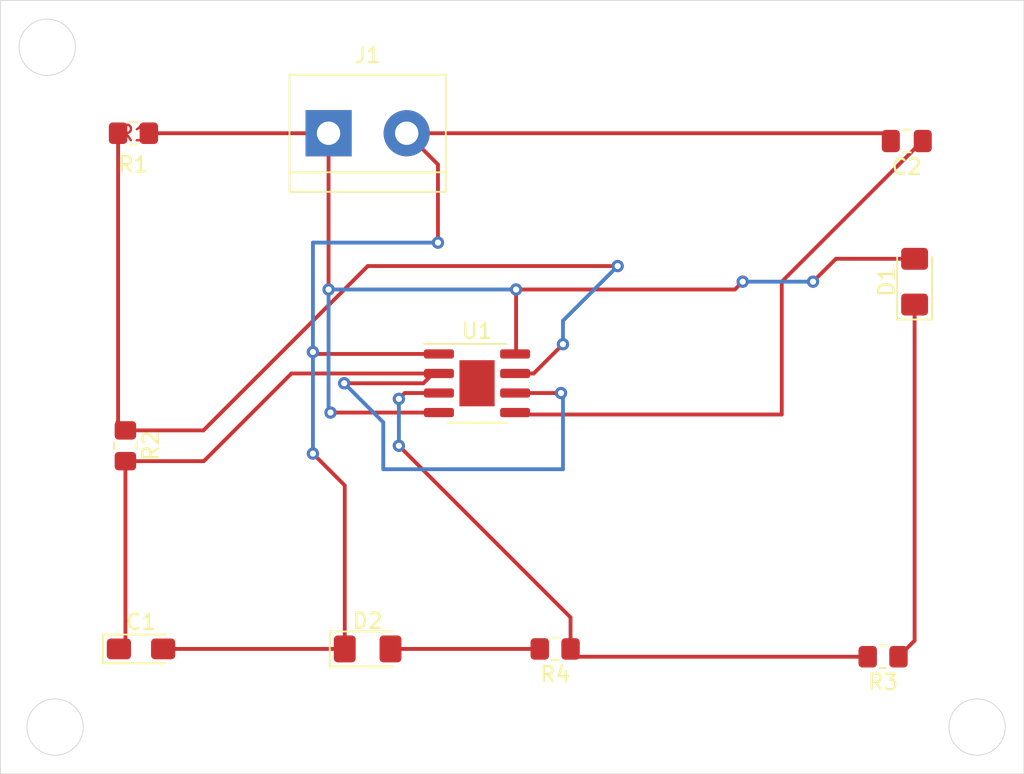
<source format=kicad_pcb>
(kicad_pcb (version 20211014) (generator pcbnew)
  (layers (0 "F.Cu" signal) (31 "B.Cu" signal) (34 "B.Paste" user) (35 "F.Paste" user) (36 "B.SilkS" user "B.Silkscreen") (37 "F.SilkS" user "F.Silkscreen") (38 "B.Mask" user) (39 "F.Mask" user) (44 "Edge.Cuts" user))
  (net 0 "")
  (net 1 "/pin_2")
  (net 2 "GND")
  (net 3 "Net-(C2-Pad1)")
  (net 4 "Net-(D1-Pad1)")
  (net 5 "+9V")
  (net 6 "Net-(D2-Pad2)")
  (net 7 "/pin_7")
  (net 8 "/pin_3")
  (footprint "Resistor_SMD:R_0805_2012Metric_Pad1.20x1.40mm_HandSolder" (layer "F.Cu") (at 180.324 114.808 180)
    (fp_text reference "R3" (at 0 -1.65) (layer "F.SilkS"))
    (fp_text value "1k")
    (fp_line (start -0.227064 -0.735) (end 0.227064 -0.735) (layer "F.SilkS") (width 0.12))
    (fp_line (start -0.227064 0.735) (end 0.227064 0.735) (layer "F.SilkS") (width 0.12))
    (pad "1" smd roundrect (at -1 0 180) (size 1.2 1.4) (layers "F.Cu" "F.Paste" "F.Mask") (roundrect_rratio 0.208333) (net 4 "Net-(D1-Pad1)"))
    (pad "2" smd roundrect (at 1 0 180) (size 1.2 1.4) (layers "F.Cu" "F.Paste" "F.Mask") (roundrect_rratio 0.208333) (net 8 "/pin_3"))
  )
  (footprint "Capacitor_SMD:C_0805_2012Metric_Pad1.18x1.45mm_HandSolder" (layer "F.Cu") (at 181.864 81.28 180)
    (fp_text reference "C2" (at 0 -1.68) (layer "F.SilkS"))
    (fp_text value "0.01 μF")
    (fp_line (start -0.261252 0.735) (end 0.261252 0.735) (layer "F.SilkS") (width 0.12))
    (fp_line (start -0.261252 -0.735) (end 0.261252 -0.735) (layer "F.SilkS") (width 0.12))
    (pad "1" smd roundrect (at -1.0375 0 180) (size 1.175 1.45) (layers "F.Cu" "F.Paste" "F.Mask") (roundrect_rratio 0.212766) (net 3 "Net-(C2-Pad1)"))
    (pad "2" smd roundrect (at 1.0375 0 180) (size 1.175 1.45) (layers "F.Cu" "F.Paste" "F.Mask") (roundrect_rratio 0.212766) (net 2 "GND"))
  )
  (footprint "Resistor_SMD:R_0805_2012Metric_Pad1.20x1.40mm_HandSolder" (layer "F.Cu") (at 159.004 114.3 180)
    (fp_text reference "R4" (at 0 -1.65) (layer "F.SilkS"))
    (fp_text value "1k")
    (fp_line (start -0.227064 0.735) (end 0.227064 0.735) (layer "F.SilkS") (width 0.12))
    (fp_line (start -0.227064 -0.735) (end 0.227064 -0.735) (layer "F.SilkS") (width 0.12))
    (pad "1" smd roundrect (at -1 0 180) (size 1.2 1.4) (layers "F.Cu" "F.Paste" "F.Mask") (roundrect_rratio 0.208333) (net 8 "/pin_3"))
    (pad "2" smd roundrect (at 1 0 180) (size 1.2 1.4) (layers "F.Cu" "F.Paste" "F.Mask") (roundrect_rratio 0.208333) (net 6 "Net-(D2-Pad2)"))
  )
  (footprint "TerminalBlock:TerminalBlock_bornier-2_P5.08mm" (layer "F.Cu") (at 144.272 80.772)
    (fp_text reference "J1" (at 2.54 -5.08) (layer "F.SilkS"))
    (fp_text value " ")
    (fp_line (start 7.62 3.81) (end 7.62 -3.81) (layer "F.SilkS") (width 0.12))
    (fp_line (start -2.54 -3.81) (end -2.54 3.81) (layer "F.SilkS") (width 0.12))
    (fp_line (start 7.62 -3.81) (end -2.54 -3.81) (layer "F.SilkS") (width 0.12))
    (fp_line (start 7.62 2.54) (end -2.54 2.54) (layer "F.SilkS") (width 0.12))
    (fp_line (start -2.54 3.81) (end 7.62 3.81) (layer "F.SilkS") (width 0.12))
    (pad "1" thru_hole rect (at 0 0) (size 3 3) (drill 1.52) (layers *.Cu *.Mask) (net 5 "+9V"))
    (pad "2" thru_hole circle (at 5.08 0) (size 3 3) (drill 1.52) (layers *.Cu *.Mask) (net 2 "GND"))
  )
  (footprint "Resistor_SMD:R_0805_2012Metric_Pad1.20x1.40mm_HandSolder" (layer "F.Cu") (at 131.588 80.772 180)
    (fp_text reference "R1" (at 0 0) (layer "F.Cu"))
    (fp_text value "1k")
    (fp_line (start -0.227064 0.735) (end 0.227064 0.735) (layer "F.SilkS") (width 0.12))
    (fp_line (start -0.227064 -0.735) (end 0.227064 -0.735) (layer "F.SilkS") (width 0.12))
    (pad "1" smd roundrect (at -1 0 180) (size 1.2 1.4) (layers "F.Cu" "F.Paste" "F.Mask") (roundrect_rratio 0.208333) (net 5 "+9V"))
    (pad "2" smd roundrect (at 1 0 180) (size 1.2 1.4) (layers "F.Cu" "F.Paste" "F.Mask") (roundrect_rratio 0.208333) (net 7 "/pin_7"))
  )
  (footprint "Package_SO:SOIC-8-1EP_3.9x4.9mm_P1.27mm_EP2.29x3mm" (layer "F.Cu") (at 153.924 97.028)
    (fp_text reference "U1" (at 0 -3.4) (layer "F.SilkS"))
    (fp_text value " ")
    (fp_line (start 0 -2.56) (end 1.95 -2.56) (layer "F.SilkS") (width 0.12))
    (fp_line (start 0 2.56) (end 1.95 2.56) (layer "F.SilkS") (width 0.12))
    (fp_line (start 0 -2.56) (end -3.45 -2.56) (layer "F.SilkS") (width 0.12))
    (fp_line (start 0 2.56) (end -1.95 2.56) (layer "F.SilkS") (width 0.12))
    (pad "1" smd roundrect (at -2.475 -1.905) (size 1.95 0.6) (layers "F.Cu" "F.Paste" "F.Mask") (net 2 "GND"))
    (pad "2" smd roundrect (at -2.475 -0.635) (size 1.95 0.6) (layers "F.Cu" "F.Paste" "F.Mask") (net 1 "/pin_2"))
    (pad "3" smd roundrect (at -2.475 0.635) (size 1.95 0.6) (layers "F.Cu" "F.Paste" "F.Mask") (net 8 "/pin_3"))
    (pad "4" smd roundrect (at -2.475 1.905) (size 1.95 0.6) (layers "F.Cu" "F.Paste" "F.Mask") (net 5 "+9V"))
    (pad "5" smd roundrect (at 2.475 1.905) (size 1.95 0.6) (layers "F.Cu" "F.Paste" "F.Mask") (net 3 "Net-(C2-Pad1)"))
    (pad "6" smd roundrect (at 2.475 0.635) (size 1.95 0.6) (layers "F.Cu" "F.Paste" "F.Mask") (net 1 "/pin_2"))
    (pad "7" smd roundrect (at 2.475 -0.635) (size 1.95 0.6) (layers "F.Cu" "F.Paste" "F.Mask") (net 7 "/pin_7"))
    (pad "8" smd roundrect (at 2.475 -1.905) (size 1.95 0.6) (layers "F.Cu" "F.Paste" "F.Mask") (net 5 "+9V"))
    (pad "9" smd rect (at 0 0) (size 2.29 3) (layers "F.Cu" "F.Mask"))
  )
  (footprint "LED_SMD:LED_1206_3216Metric_Pad1.42x1.75mm_HandSolder" (layer "F.Cu") (at 146.812 114.3)
    (fp_text reference "D2" (at 0 -1.82) (layer "F.SilkS"))
    (fp_text value "LED")
    (fp_line (start -2.46 1.135) (end 1.6 1.135) (layer "F.SilkS") (width 0.12))
    (fp_line (start 1.6 -1.135) (end -2.46 -1.135) (layer "F.SilkS") (width 0.12))
    (fp_line (start -2.46 -1.135) (end -2.46 1.135) (layer "F.SilkS") (width 0.12))
    (pad "1" smd roundrect (at -1.4875 0) (size 1.425 1.75) (layers "F.Cu" "F.Paste" "F.Mask") (roundrect_rratio 0.175439) (net 2 "GND"))
    (pad "2" smd roundrect (at 1.4875 0) (size 1.425 1.75) (layers "F.Cu" "F.Paste" "F.Mask") (roundrect_rratio 0.175439) (net 6 "Net-(D2-Pad2)"))
  )
  (footprint "LED_SMD:LED_1206_3216Metric_Pad1.42x1.75mm_HandSolder" (layer "F.Cu") (at 182.372 90.424 90)
    (fp_text reference "D1" (at 0 -1.82 90) (layer "F.SilkS"))
    (fp_text value "LED")
    (fp_line (start -2.46 1.135) (end 1.6 1.135) (layer "F.SilkS") (width 0.12))
    (fp_line (start -2.46 -1.135) (end -2.46 1.135) (layer "F.SilkS") (width 0.12))
    (fp_line (start 1.6 -1.135) (end -2.46 -1.135) (layer "F.SilkS") (width 0.12))
    (pad "1" smd roundrect (at -1.4875 0 90) (size 1.425 1.75) (layers "F.Cu" "F.Paste" "F.Mask") (roundrect_rratio 0.175439) (net 4 "Net-(D1-Pad1)"))
    (pad "2" smd roundrect (at 1.4875 0 90) (size 1.425 1.75) (layers "F.Cu" "F.Paste" "F.Mask") (roundrect_rratio 0.175439) (net 5 "+9V"))
  )
  (footprint "Capacitor_Tantalum_SMD:CP_EIA-3216-18_Kemet-A_Pad1.58x1.35mm_HandSolder" (layer "F.Cu") (at 132.08 114.3)
    (fp_text reference "C1" (at 0 -1.75) (layer "F.SilkS"))
    (fp_text value "10 μF")
    (fp_line (start -2.485 -0.935) (end -2.485 0.935) (layer "F.SilkS") (width 0.12))
    (fp_line (start -2.485 0.935) (end 1.6 0.935) (layer "F.SilkS") (width 0.12))
    (fp_line (start 1.6 -0.935) (end -2.485 -0.935) (layer "F.SilkS") (width 0.12))
    (pad "1" smd roundrect (at -1.4375 0) (size 1.575 1.35) (layers "F.Cu" "F.Paste" "F.Mask") (roundrect_rratio 0.185185) (net 1 "/pin_2"))
    (pad "2" smd roundrect (at 1.4375 0) (size 1.575 1.35) (layers "F.Cu" "F.Paste" "F.Mask") (roundrect_rratio 0.185185) (net 2 "GND"))
  )
  (footprint "Resistor_SMD:R_0805_2012Metric_Pad1.20x1.40mm_HandSolder" (layer "F.Cu") (at 131.064 101.092 -90)
    (fp_text reference "R2" (at 0 -1.65 90) (layer "F.SilkS"))
    (fp_text value "10k")
    (fp_line (start -0.227064 -0.735) (end 0.227064 -0.735) (layer "F.SilkS") (width 0.12))
    (fp_line (start -0.227064 0.735) (end 0.227064 0.735) (layer "F.SilkS") (width 0.12))
    (pad "1" smd roundrect (at -1 0 270) (size 1.2 1.4) (layers "F.Cu" "F.Paste" "F.Mask") (roundrect_rratio 0.208333) (net 7 "/pin_7"))
    (pad "2" smd roundrect (at 1 0 270) (size 1.2 1.4) (layers "F.Cu" "F.Paste" "F.Mask") (roundrect_rratio 0.208333) (net 1 "/pin_2"))
  )
  (gr_circle (center 125.984 75.184) (end 127 76.708) (layer "Edge.Cuts") (width 0.05) (fill none))
  (gr_rect (start 122.936 72.136) (end 189.484 122.428) (layer "Edge.Cuts") (width 0.05) (fill none))
  (gr_circle (center 186.436 119.38) (end 187.452 120.904) (layer "Edge.Cuts") (width 0.05) (fill none))
  (gr_circle (center 126.492 119.38) (end 127.508 120.904) (layer "Edge.Cuts") (width 0.05) (fill none))
  (gr_text "R1" (at 131.572 82.804) (layer "F.SilkS") (effects (font (size 1 1))))
  (segment (start 141.859 96.393) (end 151.449 96.393) (width 0.25) (layer "F.Cu") (net 1))
  (segment (start 131.064 113.8785) (end 130.6425 114.3) (width 0.25) (layer "F.Cu") (net 1))
  (segment (start 131.064 102.092) (end 136.16 102.092) (width 0.25) (layer "F.Cu") (net 1))
  (segment (start 145.288 97.028) (end 150.437249 97.028) (width 0.25) (layer "F.Cu") (net 1))
  (segment (start 151.072249 96.393) (end 151.449 96.393) (width 0.25) (layer "F.Cu") (net 1))
  (segment (start 136.16 102.092) (end 141.859 96.393) (width 0.25) (layer "F.Cu") (net 1))
  (segment (start 131.064 102.092) (end 131.064 113.8785) (width 0.25) (layer "F.Cu") (net 1))
  (segment (start 150.437249 97.028) (end 151.072249 96.393) (width 0.25) (layer "F.Cu") (net 1))
  (segment (start 156.399 97.663) (end 159.385 97.663) (width 0.25) (layer "F.Cu") (net 1))
  (via (at 145.288 97.028) (size 0.8) (drill 0.4) (layers "F.Cu" "B.Cu") (net 1))
  (via (at 159.385 97.663) (size 0.8) (drill 0.4) (layers "F.Cu" "B.Cu") (net 1))
  (segment (start 159.512 102.616) (end 159.512 97.79) (width 0.25) (layer "B.Cu") (net 1))
  (segment (start 147.828 102.616) (end 159.512 102.616) (width 0.25) (layer "B.Cu") (net 1))
  (segment (start 147.828 99.568) (end 147.828 102.616) (width 0.25) (layer "B.Cu") (net 1))
  (segment (start 145.288 97.028) (end 147.828 99.568) (width 0.25) (layer "B.Cu") (net 1))
  (segment (start 159.512 97.79) (end 159.385 97.663) (width 0.25) (layer "B.Cu") (net 1))
  (segment (start 151.384 82.804) (end 151.384 87.884) (width 0.25) (layer "F.Cu") (net 2))
  (segment (start 151.449 95.123) (end 143.383 95.123) (width 0.25) (layer "F.Cu") (net 2))
  (segment (start 145.3245 103.6685) (end 143.256 101.6) (width 0.25) (layer "F.Cu") (net 2))
  (segment (start 180.8265 81.28) (end 180.3185 80.772) (width 0.25) (layer "F.Cu") (net 2))
  (segment (start 145.3245 114.3) (end 133.5175 114.3) (width 0.25) (layer "F.Cu") (net 2))
  (segment (start 149.352 80.772) (end 151.384 82.804) (width 0.25) (layer "F.Cu") (net 2))
  (segment (start 180.3185 80.772) (end 149.352 80.772) (width 0.25) (layer "F.Cu") (net 2))
  (segment (start 145.3245 114.3) (end 145.3245 103.6685) (width 0.25) (layer "F.Cu") (net 2))
  (segment (start 143.383 95.123) (end 143.256 94.996) (width 0.25) (layer "F.Cu") (net 2))
  (via (at 143.256 101.6) (size 0.8) (drill 0.4) (layers "F.Cu" "B.Cu") (net 2))
  (via (at 143.256 94.996) (size 0.8) (drill 0.4) (layers "F.Cu" "B.Cu") (net 2))
  (via (at 151.384 87.884) (size 0.8) (drill 0.4) (layers "F.Cu" "B.Cu") (net 2))
  (segment (start 143.256 87.884) (end 143.256 94.996) (width 0.25) (layer "B.Cu") (net 2))
  (segment (start 143.256 94.996) (end 143.256 101.6) (width 0.25) (layer "B.Cu") (net 2))
  (segment (start 151.384 87.884) (end 143.256 87.884) (width 0.25) (layer "B.Cu") (net 2))
  (segment (start 173.736 99.06) (end 156.526 99.06) (width 0.25) (layer "F.Cu") (net 3))
  (segment (start 156.526 99.06) (end 156.399 98.933) (width 0.25) (layer "F.Cu") (net 3))
  (segment (start 182.88 81.28) (end 173.736 90.424) (width 0.25) (layer "F.Cu") (net 3))
  (segment (start 173.736 90.424) (end 173.736 99.06) (width 0.25) (layer "F.Cu") (net 3))
  (segment (start 182.9015 81.28) (end 182.88 81.28) (width 0.25) (layer "F.Cu") (net 3))
  (segment (start 182.372 113.76) (end 181.324 114.808) (width 0.25) (layer "F.Cu") (net 4))
  (segment (start 182.372 91.9115) (end 182.372 113.76) (width 0.25) (layer "F.Cu") (net 4))
  (segment (start 144.272 80.772) (end 144.272 90.932) (width 0.25) (layer "F.Cu") (net 5))
  (segment (start 170.688 90.932) (end 171.196 90.424) (width 0.25) (layer "F.Cu") (net 5))
  (segment (start 151.449 98.933) (end 144.399 98.933) (width 0.25) (layer "F.Cu") (net 5))
  (segment (start 182.372 88.9365) (end 177.2555 88.9365) (width 0.25) (layer "F.Cu") (net 5))
  (segment (start 177.2555 88.9365) (end 175.768 90.424) (width 0.25) (layer "F.Cu") (net 5))
  (segment (start 156.464 95.058) (end 156.464 90.932) (width 0.25) (layer "F.Cu") (net 5))
  (segment (start 156.464 90.932) (end 170.688 90.932) (width 0.25) (layer "F.Cu") (net 5))
  (segment (start 156.399 95.123) (end 156.464 95.058) (width 0.25) (layer "F.Cu") (net 5))
  (segment (start 144.272 80.772) (end 132.588 80.772) (width 0.25) (layer "F.Cu") (net 5))
  (via (at 156.464 90.932) (size 0.8) (drill 0.4) (layers "F.Cu" "B.Cu") (net 5))
  (via (at 144.272 90.932) (size 0.8) (drill 0.4) (layers "F.Cu" "B.Cu") (net 5))
  (via (at 175.768 90.424) (size 0.8) (drill 0.4) (layers "F.Cu" "B.Cu") (net 5))
  (via (at 171.196 90.424) (size 0.8) (drill 0.4) (layers "F.Cu" "B.Cu") (net 5))
  (via (at 144.399 98.933) (size 0.8) (drill 0.4) (layers "F.Cu" "B.Cu") (net 5))
  (segment (start 144.272 90.932) (end 144.272 98.806) (width 0.25) (layer "B.Cu") (net 5))
  (segment (start 156.464 90.932) (end 144.272 90.932) (width 0.25) (layer "B.Cu") (net 5))
  (segment (start 171.196 90.424) (end 175.768 90.424) (width 0.25) (layer "B.Cu") (net 5))
  (segment (start 144.272 98.806) (end 144.399 98.933) (width 0.25) (layer "B.Cu") (net 5))
  (segment (start 148.2995 114.3) (end 158.004 114.3) (width 0.25) (layer "F.Cu") (net 6))
  (segment (start 156.399 96.393) (end 157.607 96.393) (width 0.25) (layer "F.Cu") (net 7))
  (segment (start 130.588 80.772) (end 130.588 99.616) (width 0.25) (layer "F.Cu") (net 7))
  (segment (start 130.54 99.568) (end 131.064 100.092) (width 0.25) (layer "F.Cu") (net 7))
  (segment (start 157.607 96.393) (end 159.512 94.488) (width 0.25) (layer "F.Cu") (net 7))
  (segment (start 131.064 100.092) (end 136.137305 100.092) (width 0.25) (layer "F.Cu") (net 7))
  (segment (start 130.588 99.616) (end 131.064 100.092) (width 0.25) (layer "F.Cu") (net 7))
  (segment (start 136.137305 100.092) (end 146.821305 89.408) (width 0.25) (layer "F.Cu") (net 7))
  (segment (start 146.821305 89.408) (end 163.068 89.408) (width 0.25) (layer "F.Cu") (net 7))
  (via (at 159.512 94.488) (size 0.8) (drill 0.4) (layers "F.Cu" "B.Cu") (net 7))
  (via (at 163.068 89.408) (size 0.8) (drill 0.4) (layers "F.Cu" "B.Cu") (net 7))
  (segment (start 163.068 89.408) (end 159.512 92.964) (width 0.25) (layer "B.Cu") (net 7))
  (segment (start 159.512 92.964) (end 159.512 94.488) (width 0.25) (layer "B.Cu") (net 7))
  (segment (start 160.512 114.808) (end 160.004 114.3) (width 0.25) (layer "F.Cu") (net 8))
  (segment (start 151.449 97.663) (end 149.225 97.663) (width 0.25) (layer "F.Cu") (net 8))
  (segment (start 160.004 112.252) (end 148.844 101.092) (width 0.25) (layer "F.Cu") (net 8))
  (segment (start 160.004 114.3) (end 160.004 112.252) (width 0.25) (layer "F.Cu") (net 8))
  (segment (start 179.324 114.808) (end 160.512 114.808) (width 0.25) (layer "F.Cu") (net 8))
  (segment (start 149.225 97.663) (end 148.844 98.044) (width 0.25) (layer "F.Cu") (net 8))
  (via (at 148.844 98.044) (size 0.8) (drill 0.4) (layers "F.Cu" "B.Cu") (net 8))
  (via (at 148.844 101.092) (size 0.8) (drill 0.4) (layers "F.Cu" "B.Cu") (net 8))
  (segment (start 148.844 98.044) (end 148.844 101.092) (width 0.25) (layer "B.Cu") (net 8))
)
</source>
